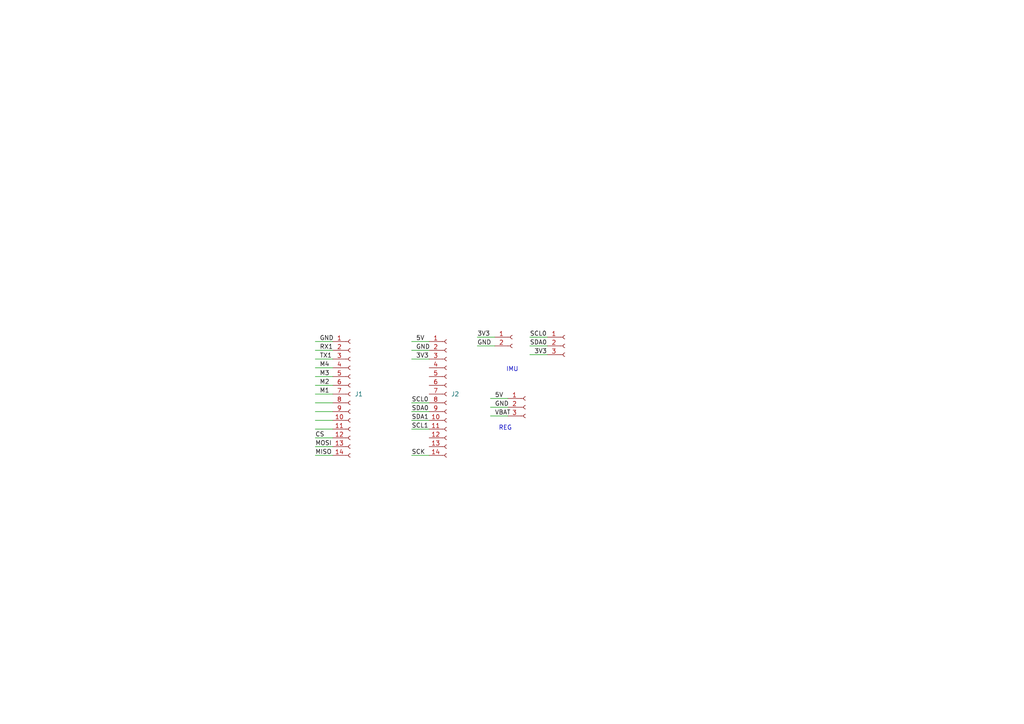
<source format=kicad_sch>
(kicad_sch (version 20250114) (generator "eeschema") (generator_version "9.0")
  (paper "A4")
  (lib_symbols
    (symbol "Connector:Conn_01x02_Socket" (pin_names (offset 1.016) (hide yes))
      (property "Reference" "J" (at 0 2.54 0))
      (property "Value" "Conn_01x02_Socket" (at 0 -5.08 0))
      (symbol "Conn_01x02_Socket_1_1"
        (polyline (pts (xy -1.27 0) (xy -0.508 0)) (stroke (width 0.1524)))
        (polyline (pts (xy -1.27 -2.54) (xy -0.508 -2.54)) (stroke (width 0.1524)))
        (arc (start 0 -0.508) (mid -0.5058 0) (end 0 0.508) (stroke (width 0.1524)))
        (arc (start 0 -3.048) (mid -0.5058 -2.54) (end 0 -2.032) (stroke (width 0.1524)))
        (pin passive line (at -5.08 0 0) (length 3.81) (name "Pin_1") (number "1"))
        (pin passive line (at -5.08 -2.54 0) (length 3.81) (name "Pin_2") (number "2"))
      )
    )
    (symbol "Connector:Conn_01x03_Socket" (pin_names (offset 1.016) (hide yes))
      (property "Reference" "J" (at 0 5.08 0))
      (property "Value" "Conn_01x03_Socket" (at 0 -5.08 0))
      (symbol "Conn_01x03_Socket_1_1"
        (polyline (pts (xy -1.27 2.54) (xy -0.508 2.54)) (stroke (width 0.1524)))
        (polyline (pts (xy -1.27 0) (xy -0.508 0)) (stroke (width 0.1524)))
        (polyline (pts (xy -1.27 -2.54) (xy -0.508 -2.54)) (stroke (width 0.1524)))
        (arc (start 0 2.032) (mid -0.5058 2.54) (end 0 3.048) (stroke (width 0.1524)))
        (arc (start 0 -0.508) (mid -0.5058 0) (end 0 0.508) (stroke (width 0.1524)))
        (arc (start 0 -3.048) (mid -0.5058 -2.54) (end 0 -2.032) (stroke (width 0.1524)))
        (pin passive line (at -5.08 2.54 0) (length 3.81) (name "Pin_1") (number "1"))
        (pin passive line (at -5.08 0 0) (length 3.81) (name "Pin_2") (number "2"))
        (pin passive line (at -5.08 -2.54 0) (length 3.81) (name "Pin_3") (number "3"))
      )
    )
    (symbol "Connector:Conn_01x14_Socket" (pin_names (offset 1.016) (hide yes))
      (property "Reference" "J" (at 0 17.78 0))
      (property "Value" "Conn_01x14_Socket" (at 0 -20.32 0))
      (symbol "Conn_01x14_Socket_1_1"
        (polyline (pts (xy -1.27 15.24) (xy -0.508 15.24)) (stroke (width 0.1524)))
        (polyline (pts (xy -1.27 12.7) (xy -0.508 12.7)) (stroke (width 0.1524)))
        (polyline (pts (xy -1.27 10.16) (xy -0.508 10.16)) (stroke (width 0.1524)))
        (polyline (pts (xy -1.27 7.62) (xy -0.508 7.62)) (stroke (width 0.1524)))
        (polyline (pts (xy -1.27 5.08) (xy -0.508 5.08)) (stroke (width 0.1524)))
        (polyline (pts (xy -1.27 2.54) (xy -0.508 2.54)) (stroke (width 0.1524)))
        (polyline (pts (xy -1.27 0) (xy -0.508 0)) (stroke (width 0.1524)))
        (polyline (pts (xy -1.27 -2.54) (xy -0.508 -2.54)) (stroke (width 0.1524)))
        (polyline (pts (xy -1.27 -5.08) (xy -0.508 -5.08)) (stroke (width 0.1524)))
        (polyline (pts (xy -1.27 -7.62) (xy -0.508 -7.62)) (stroke (width 0.1524)))
        (polyline (pts (xy -1.27 -10.16) (xy -0.508 -10.16)) (stroke (width 0.1524)))
        (polyline (pts (xy -1.27 -12.7) (xy -0.508 -12.7)) (stroke (width 0.1524)))
        (polyline (pts (xy -1.27 -15.24) (xy -0.508 -15.24)) (stroke (width 0.1524)))
        (polyline (pts (xy -1.27 -17.78) (xy -0.508 -17.78)) (stroke (width 0.1524)))
        (arc (start 0 14.732) (mid -0.5058 15.24) (end 0 15.748) (stroke (width 0.1524)))
        (arc (start 0 12.192) (mid -0.5058 12.7) (end 0 13.208) (stroke (width 0.1524)))
        (arc (start 0 9.652) (mid -0.5058 10.16) (end 0 10.668) (stroke (width 0.1524)))
        (arc (start 0 7.112) (mid -0.5058 7.62) (end 0 8.128) (stroke (width 0.1524)))
        (arc (start 0 4.572) (mid -0.5058 5.08) (end 0 5.588) (stroke (width 0.1524)))
        (arc (start 0 2.032) (mid -0.5058 2.54) (end 0 3.048) (stroke (width 0.1524)))
        (arc (start 0 -0.508) (mid -0.5058 0) (end 0 0.508) (stroke (width 0.1524)))
        (arc (start 0 -3.048) (mid -0.5058 -2.54) (end 0 -2.032) (stroke (width 0.1524)))
        (arc (start 0 -5.588) (mid -0.5058 -5.08) (end 0 -4.572) (stroke (width 0.1524)))
        (arc (start 0 -8.128) (mid -0.5058 -7.62) (end 0 -7.112) (stroke (width 0.1524)))
        (arc (start 0 -10.668) (mid -0.5058 -10.16) (end 0 -9.652) (stroke (width 0.1524)))
        (arc (start 0 -13.208) (mid -0.5058 -12.7) (end 0 -12.192) (stroke (width 0.1524)))
        (arc (start 0 -15.748) (mid -0.5058 -15.24) (end 0 -14.732) (stroke (width 0.1524)))
        (arc (start 0 -18.288) (mid -0.5058 -17.78) (end 0 -17.272) (stroke (width 0.1524)))
        (pin passive line (at -5.08 15.24 0) (length 3.81) (name "Pin_1") (number "1"))
        (pin passive line (at -5.08 12.7 0) (length 3.81) (name "Pin_2") (number "2"))
        (pin passive line (at -5.08 10.16 0) (length 3.81) (name "Pin_3") (number "3"))
        (pin passive line (at -5.08 7.62 0) (length 3.81) (name "Pin_4") (number "4"))
        (pin passive line (at -5.08 5.08 0) (length 3.81) (name "Pin_5") (number "5"))
        (pin passive line (at -5.08 2.54 0) (length 3.81) (name "Pin_6") (number "6"))
        (pin passive line (at -5.08 0 0) (length 3.81) (name "Pin_7") (number "7"))
        (pin passive line (at -5.08 -2.54 0) (length 3.81) (name "Pin_8") (number "8"))
        (pin passive line (at -5.08 -5.08 0) (length 3.81) (name "Pin_9") (number "9"))
        (pin passive line (at -5.08 -7.62 0) (length 3.81) (name "Pin_10") (number "10"))
        (pin passive line (at -5.08 -10.16 0) (length 3.81) (name "Pin_11") (number "11"))
        (pin passive line (at -5.08 -12.7 0) (length 3.81) (name "Pin_12") (number "12"))
        (pin passive line (at -5.08 -15.24 0) (length 3.81) (name "Pin_13") (number "13"))
        (pin passive line (at -5.08 -17.78 0) (length 3.81) (name "Pin_14") (number "14"))
      )
    )
  )
  (text "REG" (at 146.558 124.206 0) (effects (font (size 1.27 1.27))))
  (text "IMU" (at 148.59 107.188 0) (effects (font (size 1.27 1.27))))
  (wire (pts (xy 119.38 99.06) (xy 124.46 99.06)))
  (wire (pts (xy 138.43 97.79) (xy 143.51 97.79)))
  (wire (pts (xy 142.24 118.11) (xy 147.32 118.11)))
  (wire (pts (xy 91.44 129.54) (xy 96.52 129.54)))
  (wire (pts (xy 119.38 119.38) (xy 124.46 119.38)))
  (wire (pts (xy 119.38 101.6) (xy 124.46 101.6)))
  (wire (pts (xy 91.44 111.76) (xy 96.52 111.76)))
  (wire (pts (xy 91.44 101.6) (xy 96.52 101.6)))
  (wire (pts (xy 153.67 102.87) (xy 158.75 102.87)))
  (wire (pts (xy 119.38 121.92) (xy 124.46 121.92)))
  (wire (pts (xy 91.44 127) (xy 96.52 127)))
  (wire (pts (xy 91.44 121.92) (xy 96.52 121.92)))
  (wire (pts (xy 91.44 106.68) (xy 96.52 106.68)))
  (wire (pts (xy 153.67 100.33) (xy 158.75 100.33)))
  (wire (pts (xy 91.44 114.3) (xy 96.52 114.3)))
  (wire (pts (xy 91.44 116.84) (xy 96.52 116.84)))
  (wire (pts (xy 142.24 115.57) (xy 147.32 115.57)))
  (wire (pts (xy 119.38 124.46) (xy 124.46 124.46)))
  (wire (pts (xy 119.38 116.84) (xy 124.46 116.84)))
  (wire (pts (xy 91.44 132.08) (xy 96.52 132.08)))
  (wire (pts (xy 153.67 97.79) (xy 158.75 97.79)))
  (wire (pts (xy 142.24 120.65) (xy 147.32 120.65)))
  (wire (pts (xy 91.44 104.14) (xy 96.52 104.14)))
  (wire (pts (xy 91.44 109.22) (xy 96.52 109.22)))
  (wire (pts (xy 91.44 124.46) (xy 96.52 124.46)))
  (wire (pts (xy 91.44 119.38) (xy 96.52 119.38)))
  (wire (pts (xy 119.38 132.08) (xy 124.46 132.08)))
  (wire (pts (xy 119.38 104.14) (xy 124.46 104.14)))
  (wire (pts (xy 138.43 100.33) (xy 143.51 100.33)))
  (wire (pts (xy 91.44 99.06) (xy 96.52 99.06)))
  (label "SDA0" (at 119.38 119.38 0))
  (label "GND" (at 92.71 99.06 0))
  (label "SCK" (at 119.38 132.08 0))
  (label "VBAT" (at 143.51 120.65 0))
  (label "CS" (at 91.44 127 0))
  (label "GND" (at 120.65 101.6 0))
  (label "MISO" (at 91.44 132.08 0))
  (label "SDA0" (at 153.67 100.33 0))
  (label "5V" (at 143.51 115.57 0))
  (label "SCL0" (at 119.38 116.84 0))
  (label "MOSI" (at 91.44 129.54 0))
  (label "SCL0" (at 153.67 97.79 0))
  (label "GND" (at 143.51 118.11 0))
  (label "M1" (at 92.71 114.3 0))
  (label "M3" (at 92.71 109.22 0))
  (label "M2" (at 92.71 111.76 0))
  (label "3V3" (at 138.43 97.79 0))
  (label "5V" (at 120.65 99.06 0))
  (label "M4" (at 92.71 106.68 0))
  (label "TX1" (at 92.71 104.14 0))
  (label "3V3" (at 154.94 102.87 0))
  (label "3V3" (at 120.65 104.14 0))
  (label "SCL1" (at 119.38 124.46 0))
  (label "GND" (at 138.43 100.33 0))
  (label "SDA1" (at 119.38 121.92 0))
  (label "RX1" (at 92.71 101.6 0))
  (symbol (lib_id "Connector:Conn_01x03_Socket") (at 163.83 100.33 0) (unit 1)
    (property "Reference" "J3" (effects (hide yes)))
    (property "Value" "Conn_01x03_Socket" (effects (hide yes)))
    (property "Footprint" "Connector_PinSocket_2.54mm:PinSocket_1x03_P2.54mm_Vertical" (effects (hide yes)))
    (property "Description" "Generic connector, single row, 01x03, script generated" (effects (hide yes)))
  )
  (symbol (lib_id "Connector:Conn_01x14_Socket") (at 129.54 114.3 0) (unit 1)
    (property "Reference" "J2" (at 130.81 114.2999 0) (effects (justify left)))
    (property "Value" "Conn_01x14_Socket" (effects (hide yes)))
    (property "Footprint" "Connector_PinSocket_2.54mm:PinSocket_1x14_P2.54mm_Vertical" (effects (hide yes)))
    (property "Description" "Generic connector, single row, 01x14, script generated" (effects (hide yes)))
  )
  (symbol (lib_id "Connector:Conn_01x02_Socket") (at 148.59 97.79 0) (unit 1)
    (property "Reference" "J6" (effects (hide yes)))
    (property "Value" "Conn_01x02_Socket" (effects (hide yes)))
    (property "Footprint" "Connector_PinSocket_2.54mm:PinSocket_1x02_P2.54mm_Vertical" (effects (hide yes)))
    (property "Description" "Generic connector, single row, 01x02, script generated" (effects (hide yes)))
  )
  (symbol (lib_id "Connector:Conn_01x14_Socket") (at 101.6 114.3 0) (unit 1)
    (property "Reference" "J1" (at 102.87 114.2999 0) (effects (justify left)))
    (property "Value" "Conn_01x14_Socket" (effects (hide yes)))
    (property "Footprint" "Connector_PinSocket_2.54mm:PinSocket_1x14_P2.54mm_Vertical" (effects (hide yes)))
    (property "Description" "Generic connector, single row, 01x14, script generated" (effects (hide yes)))
  )
  (symbol (lib_id "Connector:Conn_01x03_Socket") (at 152.4 118.11 0) (unit 1)
    (property "Reference" "J4" (effects (hide yes)))
    (property "Value" "Conn_01x03_Socket" (effects (hide yes)))
    (property "Footprint" "Connector_PinHeader_2.54mm:PinHeader_1x03_P2.54mm_Vertical" (effects (hide yes)))
    (property "Description" "Generic connector, single row, 01x03, script generated" (effects (hide yes)))
  )
)
</source>
